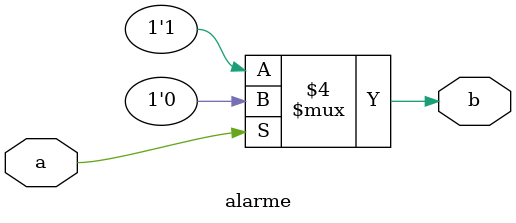
<source format=v>
module alarme(
	input a,
	output reg b
);
always @* begin
if (a == 1'b0)
b = 1'b1;
else
b = 1'b0;
end 
endmodule 
</source>
